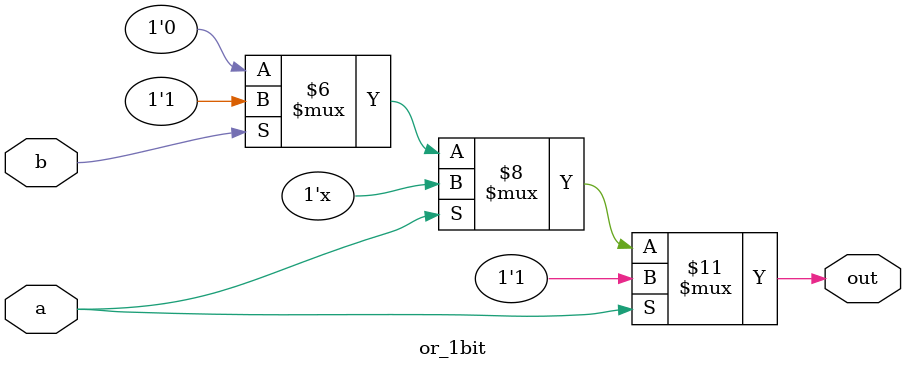
<source format=v>

`timescale 1ns/1ps


module or_1bit(a, b, out);

input a, b ;
output reg out;

always @(a or b ) begin
	
	if (a == 1'b0) begin
		if(b == 1'b0)
		out = 1'b0;

		else
		out = 1'b1;
	end
	else
	out = 1'b1;
		
end

endmodule

</source>
